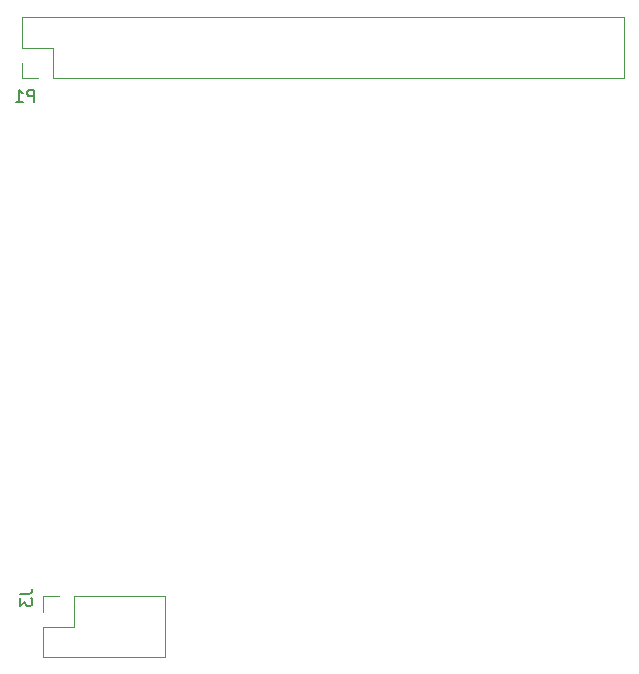
<source format=gbo>
G04 #@! TF.GenerationSoftware,KiCad,Pcbnew,5.1.7-a382d34a8~87~ubuntu18.04.1*
G04 #@! TF.CreationDate,2020-11-18T17:51:50+01:00*
G04 #@! TF.ProjectId,alim_hat,616c696d-5f68-4617-942e-6b696361645f,4.1*
G04 #@! TF.SameCoordinates,Original*
G04 #@! TF.FileFunction,Legend,Bot*
G04 #@! TF.FilePolarity,Positive*
%FSLAX46Y46*%
G04 Gerber Fmt 4.6, Leading zero omitted, Abs format (unit mm)*
G04 Created by KiCad (PCBNEW 5.1.7-a382d34a8~87~ubuntu18.04.1) date 2020-11-18 17:51:50*
%MOMM*%
%LPD*%
G01*
G04 APERTURE LIST*
%ADD10C,0.120000*%
%ADD11C,0.150000*%
G04 APERTURE END LIST*
D10*
X207052000Y-98438000D02*
X207052000Y-99768000D01*
X207052000Y-99768000D02*
X208382000Y-99768000D01*
X207052000Y-97168000D02*
X209652000Y-97168000D01*
X209652000Y-97168000D02*
X209652000Y-99768000D01*
X209652000Y-99768000D02*
X257972000Y-99768000D01*
X257972000Y-94568000D02*
X257972000Y-99768000D01*
X207052000Y-94568000D02*
X257972000Y-94568000D01*
X207052000Y-94568000D02*
X207052000Y-97168000D01*
X219115080Y-143577300D02*
X219115080Y-148777300D01*
X211435080Y-143577300D02*
X219115080Y-143577300D01*
X208835080Y-148777300D02*
X219115080Y-148777300D01*
X211435080Y-143577300D02*
X211435080Y-146177300D01*
X211435080Y-146177300D02*
X208835080Y-146177300D01*
X208835080Y-146177300D02*
X208835080Y-148777300D01*
X210165080Y-143577300D02*
X208835080Y-143577300D01*
X208835080Y-143577300D02*
X208835080Y-144907300D01*
D11*
X208068095Y-101742380D02*
X208068095Y-100742380D01*
X207687142Y-100742380D01*
X207591904Y-100790000D01*
X207544285Y-100837619D01*
X207496666Y-100932857D01*
X207496666Y-101075714D01*
X207544285Y-101170952D01*
X207591904Y-101218571D01*
X207687142Y-101266190D01*
X208068095Y-101266190D01*
X206544285Y-101742380D02*
X207115714Y-101742380D01*
X206830000Y-101742380D02*
X206830000Y-100742380D01*
X206925238Y-100885238D01*
X207020476Y-100980476D01*
X207115714Y-101028095D01*
X206912380Y-143416666D02*
X207626666Y-143416666D01*
X207769523Y-143369047D01*
X207864761Y-143273809D01*
X207912380Y-143130952D01*
X207912380Y-143035714D01*
X206912380Y-143797619D02*
X206912380Y-144416666D01*
X207293333Y-144083333D01*
X207293333Y-144226190D01*
X207340952Y-144321428D01*
X207388571Y-144369047D01*
X207483809Y-144416666D01*
X207721904Y-144416666D01*
X207817142Y-144369047D01*
X207864761Y-144321428D01*
X207912380Y-144226190D01*
X207912380Y-143940476D01*
X207864761Y-143845238D01*
X207817142Y-143797619D01*
M02*

</source>
